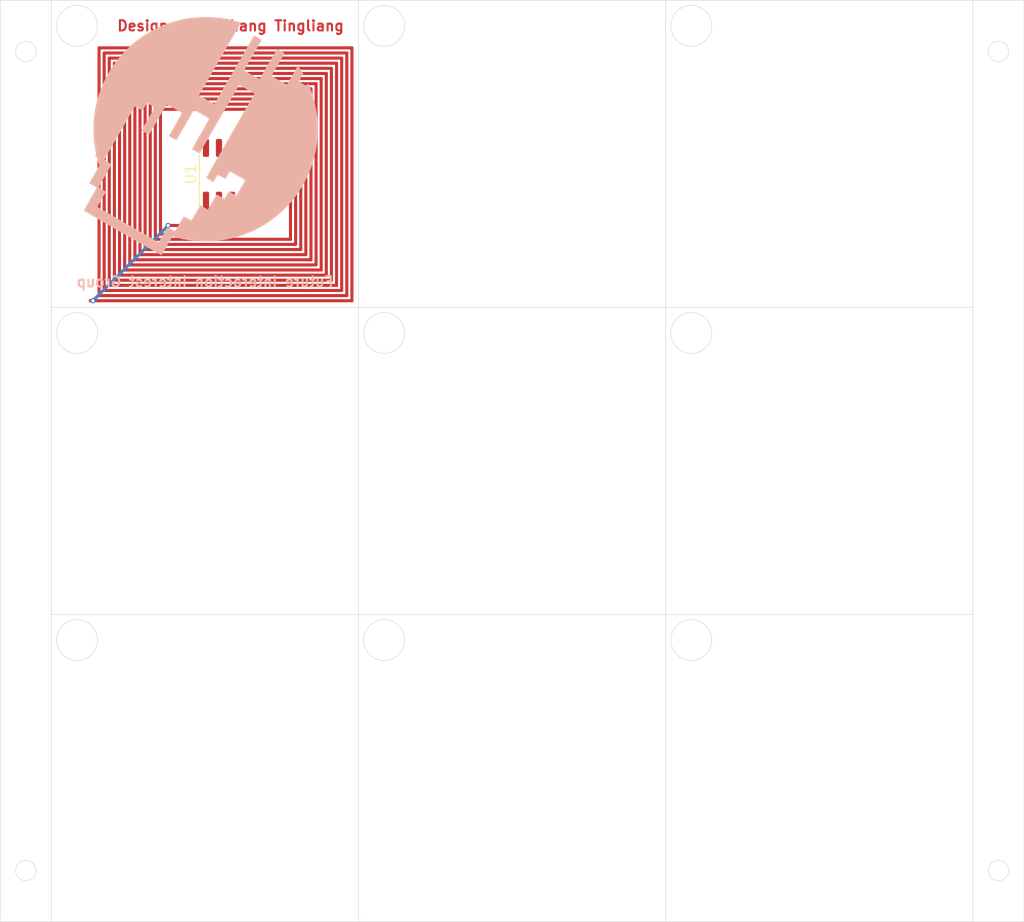
<source format=kicad_pcb>
(kicad_pcb (version 20171130) (host pcbnew "(5.1.6)-1")

  (general
    (thickness 1.6)
    (drawings 45)
    (tracks 9)
    (zones 0)
    (modules 3)
    (nets 9)
  )

  (page A4)
  (layers
    (0 F.Cu signal)
    (31 B.Cu signal)
    (32 B.Adhes user)
    (33 F.Adhes user)
    (34 B.Paste user)
    (35 F.Paste user)
    (36 B.SilkS user)
    (37 F.SilkS user)
    (38 B.Mask user)
    (39 F.Mask user)
    (40 Dwgs.User user)
    (41 Cmts.User user)
    (42 Eco1.User user)
    (43 Eco2.User user)
    (44 Edge.Cuts user)
    (45 Margin user)
    (46 B.CrtYd user)
    (47 F.CrtYd user)
    (48 B.Fab user)
    (49 F.Fab user)
  )

  (setup
    (last_trace_width 0.25)
    (user_trace_width 0.3)
    (trace_clearance 0.2)
    (zone_clearance 0.508)
    (zone_45_only no)
    (trace_min 0.2)
    (via_size 0.8)
    (via_drill 0.4)
    (via_min_size 0.4)
    (via_min_drill 0.3)
    (user_via 0.5 0.3)
    (uvia_size 0.3)
    (uvia_drill 0.1)
    (uvias_allowed no)
    (uvia_min_size 0.2)
    (uvia_min_drill 0.1)
    (edge_width 0.05)
    (segment_width 0.2)
    (pcb_text_width 0.3)
    (pcb_text_size 1.5 1.5)
    (mod_edge_width 0.12)
    (mod_text_size 1 1)
    (mod_text_width 0.15)
    (pad_size 1.524 1.524)
    (pad_drill 0.762)
    (pad_to_mask_clearance 0)
    (aux_axis_origin 0 0)
    (visible_elements 7FFFFFFF)
    (pcbplotparams
      (layerselection 0x010fc_ffffffff)
      (usegerberextensions false)
      (usegerberattributes true)
      (usegerberadvancedattributes true)
      (creategerberjobfile true)
      (excludeedgelayer true)
      (linewidth 0.100000)
      (plotframeref false)
      (viasonmask false)
      (mode 1)
      (useauxorigin false)
      (hpglpennumber 1)
      (hpglpenspeed 20)
      (hpglpendiameter 15.000000)
      (psnegative false)
      (psa4output false)
      (plotreference true)
      (plotvalue true)
      (plotinvisibletext false)
      (padsonsilk false)
      (subtractmaskfromsilk false)
      (outputformat 1)
      (mirror false)
      (drillshape 0)
      (scaleselection 1)
      (outputdirectory "CardV4Fab/"))
  )

  (net 0 "")
  (net 1 "Net-(U1-Pad8)")
  (net 2 "Net-(U1-Pad7)")
  (net 3 "Net-(U1-Pad6)")
  (net 4 "Net-(U1-Pad5)")
  (net 5 "Net-(AE1-Pad1)")
  (net 6 "Net-(AE1-Pad2)")
  (net 7 "Net-(U1-Pad4)")
  (net 8 "Net-(U1-Pad1)")

  (net_class Default "This is the default net class."
    (clearance 0.2)
    (trace_width 0.25)
    (via_dia 0.8)
    (via_drill 0.4)
    (uvia_dia 0.3)
    (uvia_drill 0.1)
    (add_net "Net-(AE1-Pad1)")
    (add_net "Net-(AE1-Pad2)")
    (add_net "Net-(U1-Pad1)")
    (add_net "Net-(U1-Pad4)")
    (add_net "Net-(U1-Pad5)")
    (add_net "Net-(U1-Pad6)")
    (add_net "Net-(U1-Pad7)")
    (add_net "Net-(U1-Pad8)")
  )

  (module Card:FutureInteraction (layer B.Cu) (tedit 0) (tstamp 60468815)
    (at 165 82.5 180)
    (fp_text reference G*** (at 0 0) (layer B.SilkS) hide
      (effects (font (size 1.524 1.524) (thickness 0.3)) (justify mirror))
    )
    (fp_text value LOGO (at 0.75 0) (layer B.SilkS) hide
      (effects (font (size 1.524 1.524) (thickness 0.3)) (justify mirror))
    )
    (fp_poly (pts (xy 0.476798 10.843159) (xy 0.984689 10.811521) (xy 1.474558 10.756716) (xy 1.960792 10.677047)
      (xy 2.457777 10.570817) (xy 2.578206 10.541687) (xy 3.286119 10.341214) (xy 3.97344 10.095386)
      (xy 4.638474 9.805974) (xy 5.279524 9.474753) (xy 5.894894 9.103496) (xy 6.482888 8.693976)
      (xy 7.04181 8.247968) (xy 7.569964 7.767244) (xy 8.065655 7.253579) (xy 8.527185 6.708745)
      (xy 8.952859 6.134517) (xy 9.340981 5.532667) (xy 9.689855 4.90497) (xy 9.997785 4.253199)
      (xy 10.263075 3.579127) (xy 10.484028 2.884529) (xy 10.658949 2.171177) (xy 10.67963 2.0701)
      (xy 10.801638 1.330457) (xy 10.873378 0.58695) (xy 10.894846 -0.158117) (xy 10.866035 -0.902439)
      (xy 10.78694 -1.643714) (xy 10.690058 -2.219732) (xy 10.635958 -2.496365) (xy 10.687195 -2.601827)
      (xy 10.738433 -2.707288) (xy 10.642725 -2.76237) (xy 10.57361 -2.813266) (xy 10.538395 -2.874747)
      (xy 10.529264 -2.912089) (xy 10.515078 -2.972253) (xy 10.48917 -3.068164) (xy 10.455095 -3.187125)
      (xy 10.416408 -3.316435) (xy 10.412295 -3.329862) (xy 10.31308 -3.652997) (xy 10.808175 -4.510296)
      (xy 10.917375 -4.6998) (xy 11.017904 -4.87506) (xy 11.107073 -5.031328) (xy 11.182192 -5.163852)
      (xy 11.240571 -5.267884) (xy 11.279521 -5.338671) (xy 11.296352 -5.371466) (xy 11.296785 -5.373174)
      (xy 11.273739 -5.387086) (xy 11.214111 -5.422018) (xy 11.125346 -5.47364) (xy 11.014882 -5.537619)
      (xy 10.92835 -5.587603) (xy 10.807535 -5.658044) (xy 10.703831 -5.719902) (xy 10.624533 -5.768712)
      (xy 10.576941 -5.800006) (xy 10.5664 -5.80912) (xy 10.57872 -5.832943) (xy 10.614077 -5.89652)
      (xy 10.670065 -5.995635) (xy 10.744278 -6.126072) (xy 10.834312 -6.283615) (xy 10.937759 -6.464049)
      (xy 11.052216 -6.663158) (xy 11.175275 -6.876726) (xy 11.204024 -6.926549) (xy 11.33763 -7.15923)
      (xy 11.45889 -7.372775) (xy 11.565872 -7.563644) (xy 11.656643 -7.728296) (xy 11.72927 -7.86319)
      (xy 11.781823 -7.964786) (xy 11.812368 -8.029544) (xy 11.819207 -8.053752) (xy 11.793347 -8.070438)
      (xy 11.726347 -8.110698) (xy 11.620969 -8.17294) (xy 11.479972 -8.255576) (xy 11.306118 -8.357016)
      (xy 11.102168 -8.47567) (xy 10.870882 -8.609948) (xy 10.615021 -8.75826) (xy 10.337346 -8.919017)
      (xy 10.040617 -9.09063) (xy 9.727596 -9.271507) (xy 9.401043 -9.460061) (xy 9.063718 -9.6547)
      (xy 8.718383 -9.853835) (xy 8.367799 -10.055877) (xy 8.014725 -10.259235) (xy 7.661924 -10.462321)
      (xy 7.312155 -10.663543) (xy 6.968179 -10.861314) (xy 6.632758 -11.054042) (xy 6.308651 -11.240138)
      (xy 5.99862 -11.418012) (xy 5.705425 -11.586075) (xy 5.431827 -11.742737) (xy 5.180588 -11.886409)
      (xy 4.954467 -12.015499) (xy 4.756225 -12.12842) (xy 4.588624 -12.22358) (xy 4.454423 -12.299391)
      (xy 4.356384 -12.354262) (xy 4.297268 -12.386604) (xy 4.279741 -12.3952) (xy 4.250856 -12.374613)
      (xy 4.20655 -12.320076) (xy 4.155381 -12.242424) (xy 4.144306 -12.22375) (xy 4.10714 -12.159655)
      (xy 4.048542 -12.058342) (xy 3.972437 -11.92661) (xy 3.882752 -11.771259) (xy 3.783412 -11.599088)
      (xy 3.678343 -11.416897) (xy 3.620006 -11.3157) (xy 3.518863 -11.140318) (xy 3.426042 -10.979555)
      (xy 3.344523 -10.838554) (xy 3.277283 -10.722459) (xy 3.227302 -10.636417) (xy 3.197559 -10.58557)
      (xy 3.190352 -10.573648) (xy 3.16546 -10.578053) (xy 3.100997 -10.593975) (xy 3.006248 -10.619014)
      (xy 2.890498 -10.650768) (xy 2.868982 -10.656778) (xy 2.179465 -10.824098) (xy 1.473229 -10.945348)
      (xy 0.755268 -11.020388) (xy 0.030576 -11.049075) (xy -0.695852 -11.031266) (xy -1.419022 -10.966818)
      (xy -2.13394 -10.85559) (xy -2.377149 -10.806469) (xy -3.091019 -10.628093) (xy -3.78564 -10.403717)
      (xy -4.459279 -10.135027) (xy -5.110204 -9.823706) (xy -5.73668 -9.47144) (xy -6.336975 -9.079914)
      (xy -6.909355 -8.650813) (xy -7.452089 -8.185823) (xy -7.963441 -7.686626) (xy -8.44168 -7.15491)
      (xy -8.885073 -6.592358) (xy -9.291885 -6.000657) (xy -9.660384 -5.381489) (xy -9.988838 -4.736542)
      (xy -10.275512 -4.067499) (xy -10.518674 -3.376045) (xy -10.705417 -2.709609) (xy -10.855206 -1.996713)
      (xy -10.956265 -1.273971) (xy -11.008864 -0.544935) (xy -11.013276 0.186843) (xy -10.96977 0.917811)
      (xy -10.878618 1.644416) (xy -10.740092 2.363108) (xy -10.554461 3.070334) (xy -10.453646 3.370533)
      (xy -4.842135 3.370533) (xy -4.838087 3.343162) (xy -4.810259 3.29385) (xy -4.80401 3.284947)
      (xy -4.780083 3.247421) (xy -4.733048 3.169482) (xy -4.664429 3.053775) (xy -4.575747 2.902948)
      (xy -4.468526 2.719647) (xy -4.344288 2.506516) (xy -4.204555 2.266204) (xy -4.05085 2.001354)
      (xy -3.884696 1.714615) (xy -3.707615 1.408631) (xy -3.52113 1.086049) (xy -3.326763 0.749515)
      (xy -3.126037 0.401675) (xy -2.920474 0.045176) (xy -2.711598 -0.317338) (xy -2.50093 -0.683219)
      (xy -2.289994 -1.049821) (xy -2.080311 -1.414499) (xy -1.873405 -1.774607) (xy -1.670798 -2.127497)
      (xy -1.474012 -2.470525) (xy -1.28457 -2.801044) (xy -1.103995 -3.116407) (xy -0.93381 -3.41397)
      (xy -0.775536 -3.691085) (xy -0.630696 -3.945107) (xy -0.500814 -4.173389) (xy -0.387411 -4.373286)
      (xy -0.29201 -4.542152) (xy -0.216134 -4.677339) (xy -0.161306 -4.776203) (xy -0.129047 -4.836097)
      (xy -0.12055 -4.854481) (xy -0.148094 -4.872927) (xy -0.20966 -4.910308) (xy -0.296 -4.96131)
      (xy -0.397867 -5.020616) (xy -0.506014 -5.08291) (xy -0.611194 -5.142878) (xy -0.70416 -5.195204)
      (xy -0.775665 -5.234572) (xy -0.816461 -5.255667) (xy -0.822178 -5.2578) (xy -0.838059 -5.236966)
      (xy -0.874508 -5.179447) (xy -0.926976 -5.092712) (xy -0.990913 -4.984229) (xy -1.032724 -4.912095)
      (xy -1.102552 -4.79303) (xy -1.165122 -4.690318) (xy -1.215493 -4.611763) (xy -1.248727 -4.565171)
      (xy -1.258171 -4.55588) (xy -1.288054 -4.564389) (xy -1.35364 -4.59469) (xy -1.446906 -4.642711)
      (xy -1.559832 -4.70438) (xy -1.637655 -4.748519) (xy -1.990869 -4.951668) (xy -2.149317 -4.679284)
      (xy -2.217631 -4.562121) (xy -2.283393 -4.449812) (xy -2.338709 -4.355815) (xy -2.373162 -4.297784)
      (xy -2.438558 -4.188668) (xy -2.546429 -4.262275) (xy -2.597072 -4.294445) (xy -2.684832 -4.3476)
      (xy -2.80268 -4.417593) (xy -2.943589 -4.500277) (xy -3.100528 -4.591503) (xy -3.2639 -4.68565)
      (xy -3.424814 -4.778382) (xy -3.572138 -4.864052) (xy -3.699845 -4.939097) (xy -3.80191 -4.999949)
      (xy -3.872307 -5.043043) (xy -3.90501 -5.064814) (xy -3.905734 -5.065449) (xy -3.910202 -5.082339)
      (xy -3.901796 -5.116628) (xy -3.878477 -5.17232) (xy -3.838203 -5.25342) (xy -3.778934 -5.363933)
      (xy -3.698629 -5.507865) (xy -3.595247 -5.68922) (xy -3.531084 -5.800695) (xy -3.432139 -5.972688)
      (xy -3.341858 -6.130582) (xy -3.263264 -6.269015) (xy -3.19938 -6.382622) (xy -3.153231 -6.466041)
      (xy -3.127838 -6.513907) (xy -3.123812 -6.523205) (xy -3.111402 -6.557575) (xy -3.100951 -6.57599)
      (xy -3.080344 -6.590961) (xy -3.043599 -6.583451) (xy -2.980525 -6.550329) (xy -2.942589 -6.52732)
      (xy -2.749686 -6.408294) (xy -2.597127 -6.315195) (xy -2.482465 -6.246571) (xy -2.403252 -6.200974)
      (xy -2.357039 -6.176953) (xy -2.343024 -6.1722) (xy -2.324092 -6.193152) (xy -2.285107 -6.251056)
      (xy -2.230736 -6.338485) (xy -2.165646 -6.448011) (xy -2.120011 -6.527164) (xy -2.050271 -6.647126)
      (xy -1.987949 -6.749842) (xy -1.937776 -6.827859) (xy -1.904486 -6.873724) (xy -1.894188 -6.882764)
      (xy -1.865233 -6.870804) (xy -1.800524 -6.837362) (xy -1.708056 -6.786776) (xy -1.595824 -6.723386)
      (xy -1.520929 -6.6802) (xy -1.401491 -6.611244) (xy -1.297982 -6.552313) (xy -1.218106 -6.507727)
      (xy -1.169566 -6.481804) (xy -1.158573 -6.477) (xy -1.141528 -6.497567) (xy -1.104805 -6.553403)
      (xy -1.053996 -6.635708) (xy -1.001138 -6.72465) (xy -0.943078 -6.823665) (xy -0.865712 -6.955218)
      (xy -0.775624 -7.108136) (xy -0.679395 -7.271248) (xy -0.583609 -7.433381) (xy -0.567759 -7.460184)
      (xy -0.279207 -7.948068) (xy 0.455887 -7.523734) (xy 0.866825 -8.238617) (xy 0.967402 -8.413009)
      (xy 1.060911 -8.574047) (xy 1.144103 -8.716219) (xy 1.213727 -8.834015) (xy 1.266536 -8.921926)
      (xy 1.299281 -8.974441) (xy 1.307807 -8.986519) (xy 1.327383 -8.994683) (xy 1.363309 -8.987875)
      (xy 1.421643 -8.963388) (xy 1.508445 -8.918513) (xy 1.629772 -8.850544) (xy 1.691276 -8.815157)
      (xy 1.811773 -8.746037) (xy 1.916721 -8.6869) (xy 1.998341 -8.642044) (xy 2.048855 -8.615768)
      (xy 2.061268 -8.610688) (xy 2.077453 -8.631871) (xy 2.115688 -8.692012) (xy 2.172874 -8.78593)
      (xy 2.245914 -8.908443) (xy 2.331708 -9.054371) (xy 2.427158 -9.218533) (xy 2.490374 -9.32815)
      (xy 2.590527 -9.502048) (xy 2.682946 -9.661936) (xy 2.764507 -9.802454) (xy 2.832086 -9.918243)
      (xy 2.88256 -10.003945) (xy 2.912803 -10.054199) (xy 2.919983 -10.065158) (xy 2.946486 -10.059565)
      (xy 3.009077 -10.031782) (xy 3.100194 -9.985601) (xy 3.212271 -9.924811) (xy 3.304985 -9.872229)
      (xy 3.672914 -9.659841) (xy 4.531862 -11.148983) (xy 4.647181 -11.084657) (xy 4.683133 -11.064179)
      (xy 4.76036 -11.019868) (xy 4.876139 -10.95329) (xy 5.027753 -10.866015) (xy 5.21248 -10.75961)
      (xy 5.427601 -10.635642) (xy 5.670397 -10.49568) (xy 5.938147 -10.341291) (xy 6.228132 -10.174044)
      (xy 6.537632 -9.995506) (xy 6.863927 -9.807246) (xy 7.204297 -9.61083) (xy 7.556023 -9.407828)
      (xy 7.629212 -9.365582) (xy 7.980857 -9.162441) (xy 8.320277 -8.966046) (xy 8.644877 -8.777915)
      (xy 8.952061 -8.599565) (xy 9.239233 -8.432514) (xy 9.503799 -8.278279) (xy 9.743163 -8.138378)
      (xy 9.954729 -8.014328) (xy 10.135902 -7.907647) (xy 10.284087 -7.819852) (xy 10.396688 -7.752461)
      (xy 10.47111 -7.706992) (xy 10.504757 -7.684961) (xy 10.506498 -7.683281) (xy 10.496792 -7.655351)
      (xy 10.464322 -7.58906) (xy 10.412042 -7.489856) (xy 10.342907 -7.363189) (xy 10.259873 -7.214505)
      (xy 10.165894 -7.049253) (xy 10.109971 -6.95217) (xy 10.010565 -6.779894) (xy 9.919544 -6.621227)
      (xy 9.839999 -6.481629) (xy 9.77502 -6.366562) (xy 9.727701 -6.281487) (xy 9.701132 -6.231867)
      (xy 9.696485 -6.221673) (xy 9.715323 -6.202901) (xy 9.769237 -6.163976) (xy 9.849444 -6.110377)
      (xy 9.947158 -6.047579) (xy 10.053596 -5.981059) (xy 10.159972 -5.916295) (xy 10.257502 -5.858763)
      (xy 10.337402 -5.81394) (xy 10.390887 -5.787302) (xy 10.397222 -5.784791) (xy 10.38905 -5.761982)
      (xy 10.357613 -5.699406) (xy 10.305203 -5.6012) (xy 10.234113 -5.471498) (xy 10.146634 -5.314437)
      (xy 10.045061 -5.134151) (xy 9.931685 -4.934778) (xy 9.808799 -4.720452) (xy 9.767019 -4.64796)
      (xy 9.641514 -4.429662) (xy 9.524744 -4.224986) (xy 9.419006 -4.038067) (xy 9.326594 -3.873037)
      (xy 9.249804 -3.73403) (xy 9.19093 -3.62518) (xy 9.152267 -3.55062) (xy 9.136112 -3.514483)
      (xy 9.136097 -3.511699) (xy 9.164096 -3.496968) (xy 9.227868 -3.461057) (xy 9.319403 -3.408548)
      (xy 9.43069 -3.344022) (xy 9.4996 -3.303792) (xy 9.637811 -3.221258) (xy 9.735593 -3.15862)
      (xy 9.797636 -3.112437) (xy 9.828633 -3.079266) (xy 9.834027 -3.058465) (xy 9.820177 -3.029499)
      (xy 9.782837 -2.960241) (xy 9.723931 -2.854025) (xy 9.645384 -2.714183) (xy 9.549119 -2.544049)
      (xy 9.437062 -2.346956) (xy 9.311138 -2.126238) (xy 9.173271 -1.885229) (xy 9.025385 -1.62726)
      (xy 8.869405 -1.355667) (xy 8.707256 -1.073782) (xy 8.540863 -0.784938) (xy 8.372149 -0.49247)
      (xy 8.20304 -0.199709) (xy 8.03546 0.090009) (xy 7.871334 0.373352) (xy 7.712586 0.646987)
      (xy 7.561141 0.907579) (xy 7.418924 1.151796) (xy 7.287859 1.376305) (xy 7.16987 1.577771)
      (xy 7.066883 1.752862) (xy 6.980822 1.898244) (xy 6.913611 2.010584) (xy 6.867176 2.086548)
      (xy 6.84344 2.122803) (xy 6.840974 2.125466) (xy 6.808278 2.117555) (xy 6.738414 2.0862)
      (xy 6.637449 2.034628) (xy 6.511448 1.966064) (xy 6.36648 1.883737) (xy 6.208612 1.790872)
      (xy 6.183242 1.77566) (xy 6.105384 1.728857) (xy 5.894063 2.096329) (xy 5.823088 2.218199)
      (xy 5.760368 2.322976) (xy 5.710386 2.403401) (xy 5.677625 2.452217) (xy 5.667121 2.463723)
      (xy 5.637958 2.45151) (xy 5.575417 2.418401) (xy 5.488204 2.369551) (xy 5.385026 2.310117)
      (xy 5.27459 2.245251) (xy 5.165603 2.18011) (xy 5.066773 2.119847) (xy 4.986807 2.069619)
      (xy 4.934412 2.03458) (xy 4.918032 2.020238) (xy 4.930978 1.99548) (xy 4.966946 1.930987)
      (xy 5.023518 1.830996) (xy 5.098274 1.699742) (xy 5.188795 1.54146) (xy 5.292663 1.360387)
      (xy 5.407459 1.160759) (xy 5.530763 0.94681) (xy 5.55997 0.896198) (xy 5.684526 0.680078)
      (xy 5.80079 0.477699) (xy 5.906391 0.293234) (xy 5.998957 0.130856) (xy 6.076116 -0.00526)
      (xy 6.135498 -0.110942) (xy 6.17473 -0.182016) (xy 6.191441 -0.214307) (xy 6.191837 -0.215823)
      (xy 6.169285 -0.229211) (xy 6.111795 -0.262713) (xy 6.028445 -0.311082) (xy 5.928313 -0.369071)
      (xy 5.820475 -0.43143) (xy 5.714011 -0.492914) (xy 5.617997 -0.548273) (xy 5.541511 -0.592261)
      (xy 5.493632 -0.61963) (xy 5.483312 -0.625412) (xy 5.468283 -0.605464) (xy 5.430101 -0.545036)
      (xy 5.370888 -0.447717) (xy 5.292762 -0.317094) (xy 5.197843 -0.156756) (xy 5.088252 0.029711)
      (xy 4.966108 0.238716) (xy 4.833532 0.466674) (xy 4.692643 0.709995) (xy 4.622009 0.832368)
      (xy 4.477601 1.082663) (xy 4.340473 1.320067) (xy 4.212756 1.540903) (xy 4.096585 1.741495)
      (xy 3.994093 1.918167) (xy 3.907414 2.067243) (xy 3.838682 2.185046) (xy 3.790029 2.267902)
      (xy 3.76359 2.312132) (xy 3.759448 2.318529) (xy 3.735327 2.310133) (xy 3.673365 2.28003)
      (xy 3.579841 2.231692) (xy 3.461036 2.168593) (xy 3.32323 2.094204) (xy 3.172702 2.011998)
      (xy 3.015732 1.925448) (xy 2.858599 1.838025) (xy 2.707584 1.753204) (xy 2.568966 1.674455)
      (xy 2.449025 1.605252) (xy 2.354041 1.549067) (xy 2.290293 1.509373) (xy 2.268843 1.494271)
      (xy 2.266979 1.47259) (xy 2.284275 1.423159) (xy 2.32229 1.342886) (xy 2.382584 1.228679)
      (xy 2.466716 1.07745) (xy 2.571794 0.893812) (xy 2.685372 0.697133) (xy 2.81263 0.476767)
      (xy 2.944466 0.248473) (xy 3.071782 0.028007) (xy 3.185479 -0.168875) (xy 3.215098 -0.220164)
      (xy 3.525594 -0.757828) (xy 3.167325 -0.963385) (xy 3.0277 -1.042281) (xy 2.925374 -1.096862)
      (xy 2.854557 -1.129721) (xy 2.809459 -1.14345) (xy 2.784291 -1.140642) (xy 2.779722 -1.13692)
      (xy 2.762251 -1.109847) (xy 2.721702 -1.042493) (xy 2.660279 -0.938641) (xy 2.580188 -0.802073)
      (xy 2.483633 -0.63657) (xy 2.372819 -0.445915) (xy 2.249951 -0.233888) (xy 2.117234 -0.004271)
      (xy 1.976872 0.239154) (xy 1.931765 0.3175) (xy 1.789487 0.564379) (xy 1.654156 0.798552)
      (xy 1.527975 1.016246) (xy 1.41315 1.21369) (xy 1.311885 1.387112) (xy 1.226383 1.53274)
      (xy 1.158849 1.646802) (xy 1.111487 1.725526) (xy 1.086501 1.76514) (xy 1.083621 1.768911)
      (xy 1.054992 1.764093) (xy 0.989356 1.736223) (xy 0.892961 1.688891) (xy 0.772051 1.625688)
      (xy 0.632874 1.550206) (xy 0.481675 1.466035) (xy 0.324701 1.376766) (xy 0.168198 1.285989)
      (xy 0.018412 1.197296) (xy -0.118411 1.114277) (xy -0.236023 1.040523) (xy -0.32818 0.979625)
      (xy -0.388635 0.935174) (xy -0.411141 0.91076) (xy -0.411087 0.909645) (xy -0.397314 0.882444)
      (xy -0.360221 0.815008) (xy -0.301931 0.711067) (xy -0.22457 0.574353) (xy -0.130263 0.408597)
      (xy -0.021134 0.217531) (xy 0.100691 0.004887) (xy 0.233087 -0.225605) (xy 0.37393 -0.470213)
      (xy 0.435504 -0.576974) (xy 0.578763 -0.825951) (xy 0.713878 -1.062143) (xy 0.838786 -1.281859)
      (xy 0.951428 -1.481408) (xy 1.049742 -1.657099) (xy 1.131668 -1.805241) (xy 1.195145 -1.922143)
      (xy 1.238112 -2.004114) (xy 1.258508 -2.047464) (xy 1.259813 -2.053333) (xy 1.230636 -2.078021)
      (xy 1.167549 -2.119077) (xy 1.07968 -2.171534) (xy 0.976157 -2.23043) (xy 0.866109 -2.290799)
      (xy 0.758664 -2.347679) (xy 0.66295 -2.396104) (xy 0.588097 -2.43111) (xy 0.543232 -2.447734)
      (xy 0.534867 -2.447568) (xy 0.520172 -2.423431) (xy 0.481517 -2.3577) (xy 0.420304 -2.252797)
      (xy 0.337934 -2.111144) (xy 0.235808 -1.935163) (xy 0.115329 -1.727276) (xy -0.022102 -1.489904)
      (xy -0.175083 -1.225471) (xy -0.342214 -0.936399) (xy -0.522091 -0.625108) (xy -0.713315 -0.294021)
      (xy -0.914482 0.054439) (xy -1.124192 0.417851) (xy -1.341043 0.793792) (xy -1.395948 0.889)
      (xy -1.614299 1.26758) (xy -1.825822 1.634169) (xy -2.02912 1.986351) (xy -2.222792 2.321708)
      (xy -2.405442 2.637825) (xy -2.575668 2.932284) (xy -2.732075 3.202668) (xy -2.873262 3.446561)
      (xy -2.99783 3.661546) (xy -3.104383 3.845206) (xy -3.19152 3.995124) (xy -3.257843 4.108884)
      (xy -3.301953 4.184069) (xy -3.322453 4.218262) (xy -3.323727 4.220125) (xy -3.347562 4.21091)
      (xy -3.409249 4.179884) (xy -3.502578 4.13052) (xy -3.62134 4.066293) (xy -3.759327 3.990676)
      (xy -3.910329 3.907143) (xy -4.068139 3.819169) (xy -4.226546 3.730228) (xy -4.379343 3.643793)
      (xy -4.520319 3.563339) (xy -4.643268 3.492339) (xy -4.741979 3.434268) (xy -4.810243 3.392599)
      (xy -4.841853 3.370808) (xy -4.842135 3.370533) (xy -10.453646 3.370533) (xy -10.321997 3.762541)
      (xy -10.185078 4.109643) (xy -10.07652 4.371185) (xy -10.014684 4.26232) (xy -9.973392 4.195385)
      (xy -9.938334 4.148296) (xy -9.926474 4.137155) (xy -9.897913 4.144185) (xy -9.834872 4.172127)
      (xy -9.746552 4.215965) (xy -9.642155 4.270678) (xy -9.530883 4.331248) (xy -9.421938 4.392656)
      (xy -9.324521 4.449883) (xy -9.247835 4.497909) (xy -9.201081 4.531717) (xy -9.198038 4.534467)
      (xy -9.188641 4.552931) (xy -9.192238 4.584273) (xy -9.211619 4.634749) (xy -9.249572 4.710616)
      (xy -9.30889 4.818128) (xy -9.379424 4.941202) (xy -9.595673 5.315065) (xy -9.542201 5.407083)
      (xy -9.495868 5.484434) (xy -9.433425 5.585479) (xy -9.362038 5.698978) (xy -9.288871 5.813695)
      (xy -9.22109 5.918392) (xy -9.16586 6.001832) (xy -9.1313 6.051501) (xy -9.0805 6.119745)
      (xy -8.560943 5.216605) (xy -8.447866 5.020317) (xy -8.341986 4.837045) (xy -8.246126 4.671634)
      (xy -8.163107 4.52893) (xy -8.09575 4.41378) (xy -8.046879 4.33103) (xy -8.019314 4.285524)
      (xy -8.014843 4.27878) (xy -7.999627 4.273543) (xy -7.967701 4.280546) (xy -7.915107 4.30179)
      (xy -7.837885 4.339275) (xy -7.732077 4.395003) (xy -7.593726 4.470975) (xy -7.418872 4.569192)
      (xy -7.24535 4.667806) (xy -7.069041 4.768995) (xy -6.907678 4.862832) (xy -6.766374 4.946249)
      (xy -6.650242 5.016177) (xy -6.564394 5.069546) (xy -6.513942 5.103289) (xy -6.5024 5.113779)
      (xy -6.514744 5.139551) (xy -6.550146 5.204943) (xy -6.606162 5.305639) (xy -6.68035 5.437321)
      (xy -6.770267 5.595674) (xy -6.873469 5.776382) (xy -6.987512 5.975129) (xy -7.109955 6.187599)
      (xy -7.124863 6.213408) (xy -7.248334 6.427429) (xy -7.363912 6.628381) (xy -7.469126 6.811922)
      (xy -7.561504 6.973712) (xy -7.638573 7.109408) (xy -7.697861 7.214669) (xy -7.736897 7.285154)
      (xy -7.753209 7.316522) (xy -7.753513 7.317416) (xy -7.734805 7.33856) (xy -7.679116 7.379844)
      (xy -7.593686 7.436403) (xy -7.485756 7.503373) (xy -7.407105 7.550102) (xy -7.273259 7.627504)
      (xy -7.176164 7.68116) (xy -7.109295 7.713926) (xy -7.066124 7.728655) (xy -7.040125 7.728203)
      (xy -7.025798 7.716885) (xy -7.008417 7.68856) (xy -6.967898 7.620001) (xy -6.906444 7.515003)
      (xy -6.826258 7.377358) (xy -6.729543 7.210863) (xy -6.618502 7.01931) (xy -6.495339 6.806494)
      (xy -6.362256 6.576208) (xy -6.221456 6.332248) (xy -6.17358 6.249223) (xy -6.030885 6.002351)
      (xy -5.895079 5.768628) (xy -5.768362 5.551761) (xy -5.652934 5.355458) (xy -5.550995 5.183424)
      (xy -5.464744 5.039367) (xy -5.396382 4.926994) (xy -5.348109 4.850011) (xy -5.322124 4.812126)
      (xy -5.31873 4.8088) (xy -5.291092 4.818252) (xy -5.22652 4.849717) (xy -5.131197 4.899669)
      (xy -5.011306 4.964584) (xy -4.873028 5.040937) (xy -4.722548 5.125203) (xy -4.566048 5.213858)
      (xy -4.40971 5.303377) (xy -4.259718 5.390236) (xy -4.122254 5.470909) (xy -4.0035 5.541872)
      (xy -3.90964 5.599601) (xy -3.846857 5.64057) (xy -3.821332 5.661255) (xy -3.821163 5.662539)
      (xy -3.834986 5.686479) (xy -3.872027 5.750678) (xy -3.930125 5.851386) (xy -4.007118 5.984856)
      (xy -4.100845 6.147341) (xy -4.209143 6.335093) (xy -4.329851 6.544364) (xy -4.460806 6.771406)
      (xy -4.599848 7.012472) (xy -4.635278 7.0739) (xy -4.777342 7.320144) (xy -4.912933 7.555043)
      (xy -5.039747 7.774611) (xy -5.155478 7.974864) (xy -5.257823 8.151818) (xy -5.344476 8.301489)
      (xy -5.413132 8.419891) (xy -5.461488 8.503041) (xy -5.487237 8.546954) (xy -5.489459 8.550657)
      (xy -5.537891 8.630414) (xy -5.183336 8.836407) (xy -5.062378 8.905981) (xy -4.95657 8.965514)
      (xy -4.873764 9.010693) (xy -4.821815 9.037205) (xy -4.808341 9.042384) (xy -4.793541 9.02077)
      (xy -4.754785 8.957527) (xy -4.693468 8.855046) (xy -4.610985 8.715719) (xy -4.508733 8.54194)
      (xy -4.388107 8.3361) (xy -4.250502 8.100592) (xy -4.097313 7.837807) (xy -3.929938 7.550139)
      (xy -3.74977 7.239978) (xy -3.558205 6.909718) (xy -3.35664 6.56175) (xy -3.146469 6.198467)
      (xy -2.929089 5.822261) (xy -2.859819 5.702284) (xy -2.640444 5.322512) (xy -2.427811 4.954916)
      (xy -2.223316 4.601889) (xy -2.028357 4.265822) (xy -1.844333 3.949108) (xy -1.67264 3.65414)
      (xy -1.514676 3.38331) (xy -1.371838 3.139011) (xy -1.245525 2.923634) (xy -1.137133 2.739574)
      (xy -1.048061 2.589221) (xy -0.979706 2.474969) (xy -0.933465 2.39921) (xy -0.910737 2.364336)
      (xy -0.908677 2.3622) (xy -0.883983 2.374197) (xy -0.821417 2.407837) (xy -0.727235 2.459595)
      (xy -0.607691 2.525945) (xy -0.469041 2.603361) (xy -0.317539 2.688318) (xy -0.159441 2.77729)
      (xy -0.001002 2.866752) (xy 0.151523 2.953178) (xy 0.291879 3.033042) (xy 0.413811 3.102819)
      (xy 0.511064 3.158982) (xy 0.577382 3.198008) (xy 0.605815 3.21583) (xy 0.597824 3.238062)
      (xy 0.567109 3.28585) (xy 0.55202 3.306682) (xy 0.533848 3.33594) (xy 0.491753 3.406662)
      (xy 0.427202 3.516313) (xy 0.341664 3.662358) (xy 0.236609 3.842263) (xy 0.113506 4.053493)
      (xy -0.026177 4.293515) (xy -0.180972 4.559792) (xy -0.349408 4.849792) (xy -0.530017 5.160979)
      (xy -0.72133 5.490818) (xy -0.921879 5.836776) (xy -1.130194 6.196318) (xy -1.344806 6.566908)
      (xy -1.564248 6.946013) (xy -1.787048 7.331099) (xy -2.01174 7.71963) (xy -2.236854 8.109072)
      (xy -2.46092 8.49689) (xy -2.682471 8.880551) (xy -2.900037 9.257518) (xy -3.112149 9.625259)
      (xy -3.317339 9.981238) (xy -3.496308 10.291954) (xy -3.479985 10.309903) (xy -3.420145 10.336587)
      (xy -3.323004 10.370372) (xy -3.194775 10.409626) (xy -3.041674 10.452715) (xy -2.869914 10.498006)
      (xy -2.685711 10.543866) (xy -2.495278 10.588661) (xy -2.30483 10.63076) (xy -2.120582 10.668528)
      (xy -1.948748 10.700332) (xy -1.9304 10.703476) (xy -1.598835 10.755753) (xy -1.288473 10.795474)
      (xy -0.984184 10.823852) (xy -0.670839 10.842104) (xy -0.333305 10.851442) (xy -0.0635 10.853328)
      (xy 0.476798 10.843159)) (layer B.SilkS) (width 0.01))
  )

  (module Card:NFC-Antenna_13_25.0x25.0_0.3x0.2mm (layer F.Cu) (tedit 60462B94) (tstamp 60468694)
    (at 167 87)
    (path /601953AF)
    (fp_text reference AE1 (at 0 -15) (layer Dwgs.User) hide
      (effects (font (size 1.27 1.27) (thickness 0.15)))
    )
    (fp_text value Antenna_Loop (at 0 -20) (layer Dwgs.User) hide
      (effects (font (size 1.27 1.27) (thickness 0.15)))
    )
    (fp_line (start -12.35 12.35) (end 12.35 12.35) (layer F.Cu) (width 0.3))
    (fp_line (start 12.35 12.35) (end 12.35 -12.35) (layer F.Cu) (width 0.3))
    (fp_line (start 12.35 -12.35) (end -12.35 -12.35) (layer F.Cu) (width 0.3))
    (fp_line (start -12.35 -12.35) (end -12.35 11.85) (layer F.Cu) (width 0.3))
    (fp_line (start -12.35 11.85) (end 11.85 11.85) (layer F.Cu) (width 0.3))
    (fp_line (start 11.85 11.85) (end 11.85 -11.85) (layer F.Cu) (width 0.3))
    (fp_line (start 11.85 -11.85) (end -11.85 -11.85) (layer F.Cu) (width 0.3))
    (fp_line (start -11.85 -11.85) (end -11.85 11.35) (layer F.Cu) (width 0.3))
    (fp_line (start -11.85 11.35) (end 11.35 11.35) (layer F.Cu) (width 0.3))
    (fp_line (start 11.35 11.35) (end 11.35 -11.35) (layer F.Cu) (width 0.3))
    (fp_line (start 11.35 -11.35) (end -11.35 -11.35) (layer F.Cu) (width 0.3))
    (fp_line (start -11.35 -11.35) (end -11.35 10.85) (layer F.Cu) (width 0.3))
    (fp_line (start -11.35 10.85) (end 10.85 10.85) (layer F.Cu) (width 0.3))
    (fp_line (start 10.85 10.85) (end 10.85 -10.85) (layer F.Cu) (width 0.3))
    (fp_line (start 10.85 -10.85) (end -10.85 -10.85) (layer F.Cu) (width 0.3))
    (fp_line (start -10.85 -10.85) (end -10.85 10.35) (layer F.Cu) (width 0.3))
    (fp_line (start -10.85 10.35) (end 10.35 10.35) (layer F.Cu) (width 0.3))
    (fp_line (start 10.35 10.35) (end 10.35 -10.35) (layer F.Cu) (width 0.3))
    (fp_line (start 10.35 -10.35) (end -10.35 -10.35) (layer F.Cu) (width 0.3))
    (fp_line (start -10.35 -10.35) (end -10.35 9.85) (layer F.Cu) (width 0.3))
    (fp_line (start -10.35 9.85) (end 9.85 9.85) (layer F.Cu) (width 0.3))
    (fp_line (start 9.85 9.85) (end 9.85 -9.85) (layer F.Cu) (width 0.3))
    (fp_line (start 9.85 -9.85) (end -9.85 -9.85) (layer F.Cu) (width 0.3))
    (fp_line (start -9.85 -9.85) (end -9.85 9.35) (layer F.Cu) (width 0.3))
    (fp_line (start -9.85 9.35) (end 9.35 9.35) (layer F.Cu) (width 0.3))
    (fp_line (start 9.35 9.35) (end 9.35 -9.35) (layer F.Cu) (width 0.3))
    (fp_line (start 9.35 -9.35) (end -9.35 -9.35) (layer F.Cu) (width 0.3))
    (fp_line (start -9.35 -9.35) (end -9.35 8.85) (layer F.Cu) (width 0.3))
    (fp_line (start -9.35 8.85) (end 8.85 8.85) (layer F.Cu) (width 0.3))
    (fp_line (start 8.85 8.85) (end 8.85 -8.85) (layer F.Cu) (width 0.3))
    (fp_line (start 8.85 -8.85) (end -8.85 -8.85) (layer F.Cu) (width 0.3))
    (fp_line (start -8.85 -8.85) (end -8.85 8.35) (layer F.Cu) (width 0.3))
    (fp_line (start -8.85 8.35) (end 8.35 8.35) (layer F.Cu) (width 0.3))
    (fp_line (start 8.35 8.35) (end 8.35 -8.35) (layer F.Cu) (width 0.3))
    (fp_line (start 8.35 -8.35) (end -8.35 -8.35) (layer F.Cu) (width 0.3))
    (fp_line (start -8.35 -8.35) (end -8.35 7.85) (layer F.Cu) (width 0.3))
    (fp_line (start -8.35 7.85) (end 7.85 7.85) (layer F.Cu) (width 0.3))
    (fp_line (start 7.85 7.85) (end 7.85 -7.85) (layer F.Cu) (width 0.3))
    (fp_line (start 7.85 -7.85) (end -7.85 -7.85) (layer F.Cu) (width 0.3))
    (fp_line (start -7.85 -7.85) (end -7.85 7.35) (layer F.Cu) (width 0.3))
    (fp_line (start -7.85 7.35) (end 7.35 7.35) (layer F.Cu) (width 0.3))
    (fp_line (start 7.35 7.35) (end 7.35 -7.35) (layer F.Cu) (width 0.3))
    (fp_line (start 7.35 -7.35) (end -7.35 -7.35) (layer F.Cu) (width 0.3))
    (fp_line (start -7.35 -7.35) (end -7.35 6.85) (layer F.Cu) (width 0.3))
    (fp_line (start -7.35 6.85) (end 6.85 6.85) (layer F.Cu) (width 0.3))
    (fp_line (start 6.85 6.85) (end 6.85 -6.85) (layer F.Cu) (width 0.3))
    (fp_line (start 6.85 -6.85) (end -6.85 -6.85) (layer F.Cu) (width 0.3))
    (fp_line (start -6.85 -6.85) (end -6.85 6.35) (layer F.Cu) (width 0.3))
    (fp_line (start -6.85 6.35) (end 6.35 6.35) (layer F.Cu) (width 0.3))
    (fp_line (start 6.35 6.35) (end 6.35 -6.35) (layer F.Cu) (width 0.3))
    (fp_line (start 6.35 -6.35) (end -6.35 -6.35) (layer F.Cu) (width 0.3))
    (fp_line (start -6.35 -6.35) (end -6.35 5.85) (layer F.Cu) (width 0.3))
    (pad 2 smd rect (at -12.84 12.35) (size 1 0.3) (layers F.Cu)
      (net 6 "Net-(AE1-Pad2)"))
    (pad 1 smd rect (at -6 5.85) (size 1 0.3) (layers F.Cu)
      (net 5 "Net-(AE1-Pad1)"))
  )

  (module Package_SO:SO-8_3.9x4.9mm_P1.27mm (layer F.Cu) (tedit 5D9F72B1) (tstamp 60195EAC)
    (at 167 87 90)
    (descr "SO, 8 Pin (https://www.nxp.com/docs/en/data-sheet/PCF8523.pdf), generated with kicad-footprint-generator ipc_gullwing_generator.py")
    (tags "SO SO")
    (path /60195CD3)
    (attr smd)
    (fp_text reference U1 (at 0 -3.4 90) (layer F.SilkS)
      (effects (font (size 1 1) (thickness 0.15)))
    )
    (fp_text value M24LR04E-R (at 0 3.4 90) (layer F.Fab)
      (effects (font (size 1 1) (thickness 0.15)))
    )
    (fp_line (start 3.7 -2.7) (end -3.7 -2.7) (layer F.CrtYd) (width 0.05))
    (fp_line (start 3.7 2.7) (end 3.7 -2.7) (layer F.CrtYd) (width 0.05))
    (fp_line (start -3.7 2.7) (end 3.7 2.7) (layer F.CrtYd) (width 0.05))
    (fp_line (start -3.7 -2.7) (end -3.7 2.7) (layer F.CrtYd) (width 0.05))
    (fp_line (start -1.95 -1.475) (end -0.975 -2.45) (layer F.Fab) (width 0.1))
    (fp_line (start -1.95 2.45) (end -1.95 -1.475) (layer F.Fab) (width 0.1))
    (fp_line (start 1.95 2.45) (end -1.95 2.45) (layer F.Fab) (width 0.1))
    (fp_line (start 1.95 -2.45) (end 1.95 2.45) (layer F.Fab) (width 0.1))
    (fp_line (start -0.975 -2.45) (end 1.95 -2.45) (layer F.Fab) (width 0.1))
    (fp_line (start 0 -2.56) (end -3.45 -2.56) (layer F.SilkS) (width 0.12))
    (fp_line (start 0 -2.56) (end 1.95 -2.56) (layer F.SilkS) (width 0.12))
    (fp_line (start 0 2.56) (end -1.95 2.56) (layer F.SilkS) (width 0.12))
    (fp_line (start 0 2.56) (end 1.95 2.56) (layer F.SilkS) (width 0.12))
    (fp_text user %R (at 0 0 90) (layer F.Fab)
      (effects (font (size 0.98 0.98) (thickness 0.15)))
    )
    (pad 8 smd roundrect (at 2.575 -1.905 90) (size 1.75 0.6) (layers F.Cu F.Paste F.Mask) (roundrect_rratio 0.25)
      (net 1 "Net-(U1-Pad8)"))
    (pad 7 smd roundrect (at 2.575 -0.635 90) (size 1.75 0.6) (layers F.Cu F.Paste F.Mask) (roundrect_rratio 0.25)
      (net 2 "Net-(U1-Pad7)"))
    (pad 6 smd roundrect (at 2.575 0.635 90) (size 1.75 0.6) (layers F.Cu F.Paste F.Mask) (roundrect_rratio 0.25)
      (net 3 "Net-(U1-Pad6)"))
    (pad 5 smd roundrect (at 2.575 1.905 90) (size 1.75 0.6) (layers F.Cu F.Paste F.Mask) (roundrect_rratio 0.25)
      (net 4 "Net-(U1-Pad5)"))
    (pad 4 smd roundrect (at -2.575 1.905 90) (size 1.75 0.6) (layers F.Cu F.Paste F.Mask) (roundrect_rratio 0.25)
      (net 7 "Net-(U1-Pad4)"))
    (pad 3 smd roundrect (at -2.575 0.635 90) (size 1.75 0.6) (layers F.Cu F.Paste F.Mask) (roundrect_rratio 0.25)
      (net 5 "Net-(AE1-Pad1)"))
    (pad 2 smd roundrect (at -2.575 -0.635 90) (size 1.75 0.6) (layers F.Cu F.Paste F.Mask) (roundrect_rratio 0.25)
      (net 6 "Net-(AE1-Pad2)"))
    (pad 1 smd roundrect (at -2.575 -1.905 90) (size 1.75 0.6) (layers F.Cu F.Paste F.Mask) (roundrect_rratio 0.25)
      (net 8 "Net-(U1-Pad1)"))
    (model ${KISYS3DMOD}/Package_SO.3dshapes/SO-8_3.9x4.9mm_P1.27mm.wrl
      (at (xyz 0 0 0))
      (scale (xyz 1 1 1))
      (rotate (xyz 0 0 0))
    )
  )

  (gr_circle (center 242.5 75) (end 243.5 75) (layer Edge.Cuts) (width 0.05))
  (gr_circle (center 242.5 155) (end 243.5 155) (layer Edge.Cuts) (width 0.05))
  (gr_circle (center 147.5 155) (end 148.5 155) (layer Edge.Cuts) (width 0.05))
  (gr_circle (center 147.5 75) (end 148.5 75) (layer Edge.Cuts) (width 0.05))
  (gr_line (start 245 160) (end 240 160) (layer Edge.Cuts) (width 0.05) (tstamp 604688DF))
  (gr_line (start 245 70) (end 245 160) (layer Edge.Cuts) (width 0.05))
  (gr_line (start 240 70) (end 245 70) (layer Edge.Cuts) (width 0.05))
  (gr_line (start 145 160) (end 150 160) (layer Edge.Cuts) (width 0.05) (tstamp 604688DE))
  (gr_line (start 145 70) (end 145 160) (layer Edge.Cuts) (width 0.05))
  (gr_line (start 150 70) (end 145 70) (layer Edge.Cuts) (width 0.05))
  (gr_circle (center 152.5 132.5) (end 154.5 132.5) (layer Edge.Cuts) (width 0.05) (tstamp 604688BE))
  (gr_line (start 180 130) (end 180 160) (layer Edge.Cuts) (width 0.05) (tstamp 604688BD))
  (gr_line (start 150 160) (end 150 130) (layer Edge.Cuts) (width 0.05) (tstamp 604688BC))
  (gr_line (start 180 160) (end 150 160) (layer Edge.Cuts) (width 0.05) (tstamp 604688BB))
  (gr_line (start 240 160) (end 210 160) (layer Edge.Cuts) (width 0.05) (tstamp 604688BA))
  (gr_line (start 210 160) (end 180 160) (layer Edge.Cuts) (width 0.05) (tstamp 604688B9))
  (gr_circle (center 182.5 132.5) (end 184.5 132.5) (layer Edge.Cuts) (width 0.05) (tstamp 604688B8))
  (gr_line (start 210 130) (end 210 160) (layer Edge.Cuts) (width 0.05) (tstamp 604688B7))
  (gr_circle (center 212.5 132.5) (end 214.5 132.5) (layer Edge.Cuts) (width 0.05) (tstamp 604688B6))
  (gr_line (start 240 130) (end 240 160) (layer Edge.Cuts) (width 0.05) (tstamp 604688B5))
  (gr_circle (center 152.5 102.5) (end 154.5 102.5) (layer Edge.Cuts) (width 0.05) (tstamp 604688BE))
  (gr_line (start 180 100) (end 180 130) (layer Edge.Cuts) (width 0.05) (tstamp 604688BD))
  (gr_line (start 150 130) (end 150 100) (layer Edge.Cuts) (width 0.05) (tstamp 604688BC))
  (gr_line (start 180 130) (end 150 130) (layer Edge.Cuts) (width 0.05) (tstamp 604688BB))
  (gr_line (start 240 130) (end 210 130) (layer Edge.Cuts) (width 0.05) (tstamp 604688BA))
  (gr_line (start 210 130) (end 180 130) (layer Edge.Cuts) (width 0.05) (tstamp 604688B9))
  (gr_circle (center 182.5 102.5) (end 184.5 102.5) (layer Edge.Cuts) (width 0.05) (tstamp 604688B8))
  (gr_line (start 210 100) (end 210 130) (layer Edge.Cuts) (width 0.05) (tstamp 604688B7))
  (gr_circle (center 212.5 102.5) (end 214.5 102.5) (layer Edge.Cuts) (width 0.05) (tstamp 604688B6))
  (gr_line (start 240 100) (end 240 130) (layer Edge.Cuts) (width 0.05) (tstamp 604688B5))
  (gr_circle (center 212.5 72.5) (end 214.5 72.5) (layer Edge.Cuts) (width 0.05) (tstamp 6046889A))
  (gr_line (start 240 70) (end 240 100) (layer Edge.Cuts) (width 0.05) (tstamp 60468899))
  (gr_line (start 240 100) (end 210 100) (layer Edge.Cuts) (width 0.05) (tstamp 60468898))
  (gr_line (start 210 70) (end 240 70) (layer Edge.Cuts) (width 0.05) (tstamp 60468897))
  (gr_circle (center 182.5 72.5) (end 184.5 72.5) (layer Edge.Cuts) (width 0.05) (tstamp 6046889A))
  (gr_line (start 210 70) (end 210 100) (layer Edge.Cuts) (width 0.05) (tstamp 60468899))
  (gr_line (start 210 100) (end 180 100) (layer Edge.Cuts) (width 0.05) (tstamp 60468898))
  (gr_line (start 180 70) (end 210 70) (layer Edge.Cuts) (width 0.05) (tstamp 60468897))
  (gr_text "Future Interaction Interest Group" (at 165 97.5) (layer B.SilkS) (tstamp 60468841)
    (effects (font (size 1 1) (thickness 0.2)) (justify mirror))
  )
  (gr_text "Designed By Zhang Tingliang" (at 167.5 72.5) (layer F.Cu)
    (effects (font (size 1 1) (thickness 0.2)))
  )
  (gr_circle (center 152.5 72.5) (end 154.5 72.5) (layer Edge.Cuts) (width 0.05))
  (gr_line (start 180 100) (end 150 100) (layer Edge.Cuts) (width 0.05) (tstamp 6046807B))
  (gr_line (start 180 70) (end 180 100) (layer Edge.Cuts) (width 0.05))
  (gr_line (start 150 70) (end 180 70) (layer Edge.Cuts) (width 0.05))
  (gr_line (start 150 100) (end 150 70) (layer Edge.Cuts) (width 0.05))

  (segment (start 165.235 92.85) (end 161.15001 92.85) (width 0.3) (layer F.Cu) (net 5))
  (segment (start 167.635 89.575) (end 167.635 90.45) (width 0.3) (layer F.Cu) (net 5))
  (segment (start 167.635 90.45) (end 165.235 92.85) (width 0.3) (layer F.Cu) (net 5))
  (segment (start 166.365 90.45) (end 164.815 92) (width 0.3) (layer F.Cu) (net 6))
  (segment (start 166.365 89.575) (end 166.365 90.45) (width 0.3) (layer F.Cu) (net 6))
  (via (at 161.4 92) (size 0.5) (drill 0.3) (layers F.Cu B.Cu) (net 6))
  (segment (start 164.815 92) (end 161.4 92) (width 0.3) (layer F.Cu) (net 6))
  (via (at 154.05 99.35) (size 0.5) (drill 0.3) (layers F.Cu B.Cu) (net 6))
  (segment (start 161.4 92) (end 154.05 99.35) (width 0.3) (layer B.Cu) (net 6))

)

</source>
